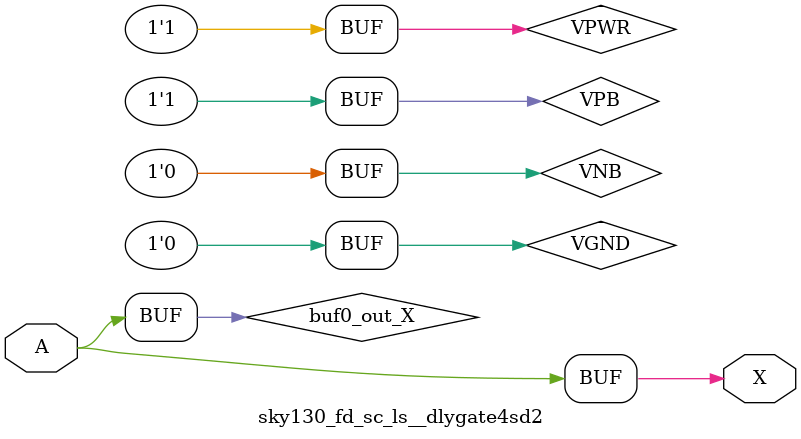
<source format=v>
/*
 * Copyright 2020 The SkyWater PDK Authors
 *
 * Licensed under the Apache License, Version 2.0 (the "License");
 * you may not use this file except in compliance with the License.
 * You may obtain a copy of the License at
 *
 *     https://www.apache.org/licenses/LICENSE-2.0
 *
 * Unless required by applicable law or agreed to in writing, software
 * distributed under the License is distributed on an "AS IS" BASIS,
 * WITHOUT WARRANTIES OR CONDITIONS OF ANY KIND, either express or implied.
 * See the License for the specific language governing permissions and
 * limitations under the License.
 *
 * SPDX-License-Identifier: Apache-2.0
*/


`ifndef SKY130_FD_SC_LS__DLYGATE4SD2_TIMING_V
`define SKY130_FD_SC_LS__DLYGATE4SD2_TIMING_V

/**
 * dlygate4sd2: Delay Buffer 4-stage 0.18um length inner stage gates.
 *
 * Verilog simulation timing model.
 */

`timescale 1ns / 1ps
`default_nettype none

`celldefine
module sky130_fd_sc_ls__dlygate4sd2 (
    X,
    A
);

    // Module ports
    output X;
    input  A;

    // Module supplies
    supply1 VPWR;
    supply0 VGND;
    supply1 VPB ;
    supply0 VNB ;

    // Local signals
    wire buf0_out_X;

    //  Name  Output      Other arguments
    buf buf0 (buf0_out_X, A              );
    buf buf1 (X         , buf0_out_X     );

endmodule
`endcelldefine

`default_nettype wire
`endif  // SKY130_FD_SC_LS__DLYGATE4SD2_TIMING_V

</source>
